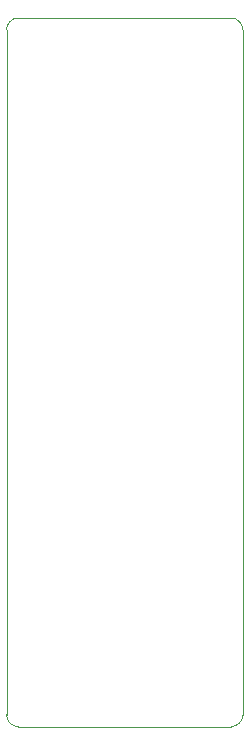
<source format=gm1>
G04 #@! TF.GenerationSoftware,KiCad,Pcbnew,7.0.1*
G04 #@! TF.CreationDate,2023-03-20T20:29:13+09:00*
G04 #@! TF.ProjectId,EB-STM32U575CIU6Q,45422d53-544d-4333-9255-353735434955,V1.0*
G04 #@! TF.SameCoordinates,Original*
G04 #@! TF.FileFunction,Profile,NP*
%FSLAX46Y46*%
G04 Gerber Fmt 4.6, Leading zero omitted, Abs format (unit mm)*
G04 Created by KiCad (PCBNEW 7.0.1) date 2023-03-20 20:29:13*
%MOMM*%
%LPD*%
G01*
G04 APERTURE LIST*
G04 #@! TA.AperFunction,Profile*
%ADD10C,0.100000*%
G04 #@! TD*
G04 APERTURE END LIST*
D10*
X10000000Y-41000000D02*
X10000000Y17000000D01*
X-9000000Y-42000000D02*
X9000000Y-42000000D01*
X-10000000Y-41000000D02*
X-10000000Y17000000D01*
X-9000000Y18000000D02*
X9000000Y18000000D01*
X-9000000Y18000000D02*
G75*
G03*
X-10000000Y17000000I-1J-999999D01*
G01*
X10000000Y17000000D02*
G75*
G03*
X9000000Y18000000I-1000000J0D01*
G01*
X-10000000Y-41000000D02*
G75*
G03*
X-9000000Y-42000000I999999J-1D01*
G01*
X9000000Y-42000000D02*
G75*
G03*
X10000000Y-41000000I0J1000000D01*
G01*
M02*

</source>
